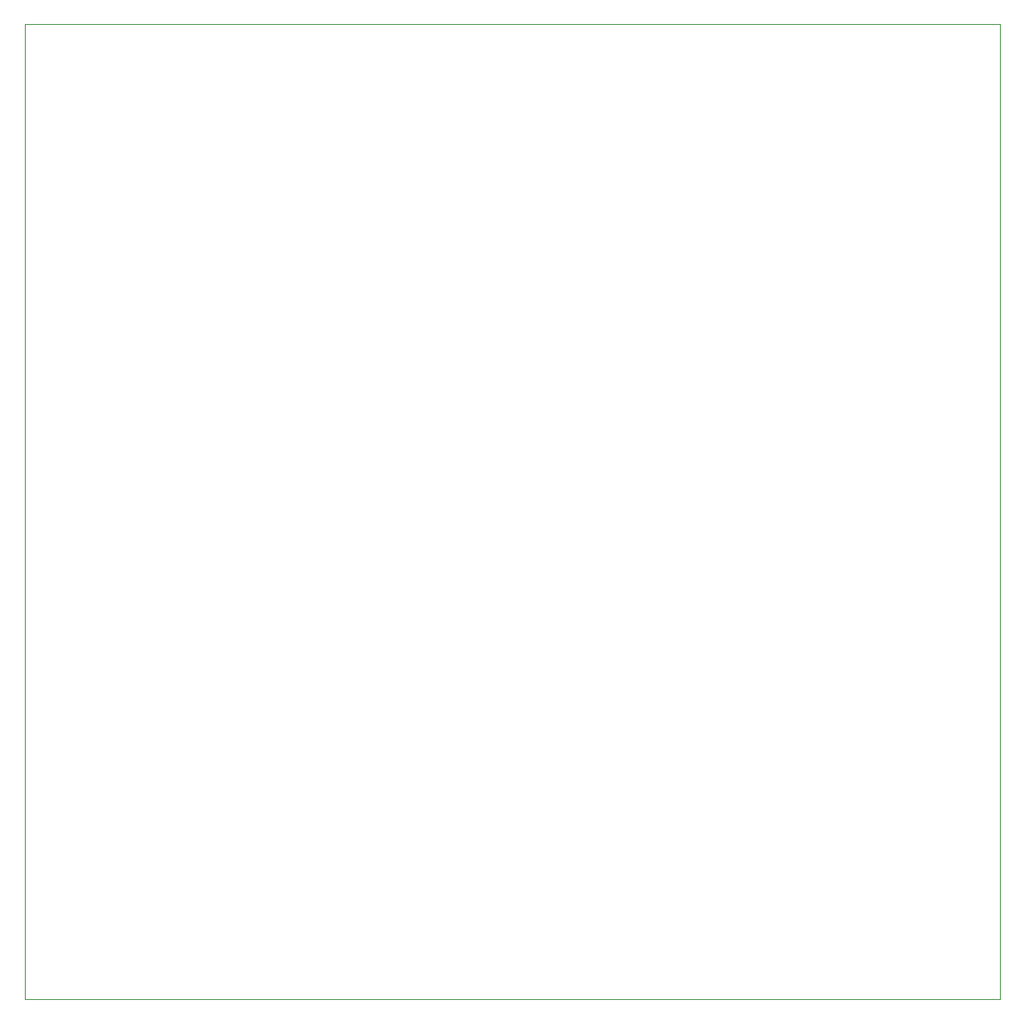
<source format=gbr>
%TF.GenerationSoftware,KiCad,Pcbnew,(5.1.8)-1*%
%TF.CreationDate,2020-12-11T20:22:55-08:00*%
%TF.ProjectId,TasmoTree,5461736d-6f54-4726-9565-2e6b69636164,rev?*%
%TF.SameCoordinates,Original*%
%TF.FileFunction,Profile,NP*%
%FSLAX46Y46*%
G04 Gerber Fmt 4.6, Leading zero omitted, Abs format (unit mm)*
G04 Created by KiCad (PCBNEW (5.1.8)-1) date 2020-12-11 20:22:55*
%MOMM*%
%LPD*%
G01*
G04 APERTURE LIST*
%TA.AperFunction,Profile*%
%ADD10C,0.050000*%
%TD*%
G04 APERTURE END LIST*
D10*
X92456000Y-48260000D02*
X92456000Y-147828000D01*
X192024000Y-48260000D02*
X92456000Y-48260000D01*
X192024000Y-147828000D02*
X192024000Y-48260000D01*
X92456000Y-147828000D02*
X192024000Y-147828000D01*
M02*

</source>
